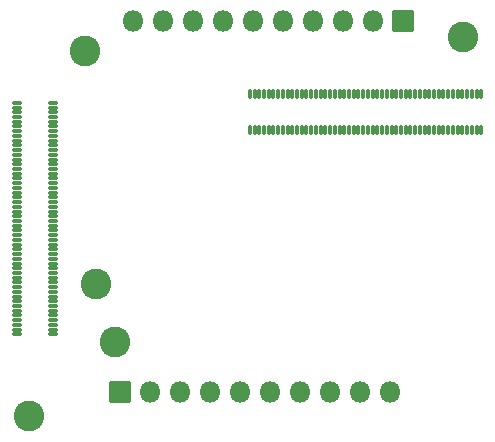
<source format=gbr>
%TF.GenerationSoftware,KiCad,Pcbnew,8.0.2-8.0.2-0~ubuntu20.04.1*%
%TF.CreationDate,2024-06-01T01:08:57-05:00*%
%TF.ProjectId,coral_b2b_breakout,636f7261-6c5f-4623-9262-5f627265616b,rev?*%
%TF.SameCoordinates,Original*%
%TF.FileFunction,Soldermask,Top*%
%TF.FilePolarity,Negative*%
%FSLAX46Y46*%
G04 Gerber Fmt 4.6, Leading zero omitted, Abs format (unit mm)*
G04 Created by KiCad (PCBNEW 8.0.2-8.0.2-0~ubuntu20.04.1) date 2024-06-01 01:08:57*
%MOMM*%
%LPD*%
G01*
G04 APERTURE LIST*
G04 Aperture macros list*
%AMRoundRect*
0 Rectangle with rounded corners*
0 $1 Rounding radius*
0 $2 $3 $4 $5 $6 $7 $8 $9 X,Y pos of 4 corners*
0 Add a 4 corners polygon primitive as box body*
4,1,4,$2,$3,$4,$5,$6,$7,$8,$9,$2,$3,0*
0 Add four circle primitives for the rounded corners*
1,1,$1+$1,$2,$3*
1,1,$1+$1,$4,$5*
1,1,$1+$1,$6,$7*
1,1,$1+$1,$8,$9*
0 Add four rect primitives between the rounded corners*
20,1,$1+$1,$2,$3,$4,$5,0*
20,1,$1+$1,$4,$5,$6,$7,0*
20,1,$1+$1,$6,$7,$8,$9,0*
20,1,$1+$1,$8,$9,$2,$3,0*%
G04 Aperture macros list end*
%ADD10O,1.801600X1.801600*%
%ADD11RoundRect,0.050800X0.850000X-0.850000X0.850000X0.850000X-0.850000X0.850000X-0.850000X-0.850000X0*%
%ADD12C,2.601600*%
%ADD13RoundRect,0.050800X-0.850000X0.850000X-0.850000X-0.850000X0.850000X-0.850000X0.850000X0.850000X0*%
%ADD14RoundRect,0.050800X-0.100000X-0.350000X0.100000X-0.350000X0.100000X0.350000X-0.100000X0.350000X0*%
%ADD15RoundRect,0.050800X-0.350000X0.100000X-0.350000X-0.100000X0.350000X-0.100000X0.350000X0.100000X0*%
G04 APERTURE END LIST*
D10*
%TO.C,J2*%
X164460000Y-98500000D03*
X161920000Y-98500000D03*
X159380000Y-98500000D03*
X156840000Y-98500000D03*
X154300000Y-98500000D03*
X151760000Y-98500000D03*
X149220000Y-98500000D03*
X146680000Y-98500000D03*
X144140000Y-98500000D03*
D11*
X141600000Y-98500000D03*
%TD*%
D12*
%TO.C,TP7*%
X141200000Y-94200000D03*
%TD*%
%TO.C,TP6*%
X139575000Y-89325000D03*
%TD*%
%TO.C,TP5*%
X170650000Y-68400000D03*
%TD*%
%TO.C,TP4*%
X133850000Y-100500000D03*
%TD*%
%TO.C,TP1*%
X138625000Y-69550000D03*
%TD*%
D10*
%TO.C,J1*%
X142715000Y-67050000D03*
X145255000Y-67050000D03*
X147795000Y-67050000D03*
X150335000Y-67050000D03*
X152875000Y-67050000D03*
X155415000Y-67050000D03*
X157955000Y-67050000D03*
X160495000Y-67050000D03*
X163035000Y-67050000D03*
D13*
X165575000Y-67050000D03*
%TD*%
D14*
%TO.C,J6*%
X152580000Y-73230000D03*
X152580000Y-76310000D03*
X152980000Y-73230000D03*
X152980000Y-76310000D03*
X153380000Y-73230000D03*
X153380000Y-76310000D03*
X153780000Y-73230000D03*
X153780000Y-76310000D03*
X154180000Y-73230000D03*
X154180000Y-76310000D03*
X154580000Y-73230000D03*
X154580000Y-76310000D03*
X154980000Y-73230000D03*
X154980000Y-76310000D03*
X155380000Y-73230000D03*
X155380000Y-76310000D03*
X155780000Y-73230000D03*
X155780000Y-76310000D03*
X156180000Y-73230000D03*
X156180000Y-76310000D03*
X156580000Y-73230000D03*
X156580000Y-76310000D03*
X156980000Y-73230000D03*
X156980000Y-76310000D03*
X157380000Y-73230000D03*
X157380000Y-76310000D03*
X157780000Y-73230000D03*
X157780000Y-76310000D03*
X158180000Y-73230000D03*
X158180000Y-76310000D03*
X158580000Y-73230000D03*
X158580000Y-76310000D03*
X158980000Y-73230000D03*
X158980000Y-76310000D03*
X159380000Y-73230000D03*
X159380000Y-76310000D03*
X159780000Y-73230000D03*
X159780000Y-76310000D03*
X160180000Y-73230000D03*
X160180000Y-76310000D03*
X160580000Y-73230000D03*
X160580000Y-76310000D03*
X160980000Y-73230000D03*
X160980000Y-76310000D03*
X161380000Y-73230000D03*
X161380000Y-76310000D03*
X161780000Y-73230000D03*
X161780000Y-76310000D03*
X162180000Y-73230000D03*
X162180000Y-76310000D03*
X162580000Y-73230000D03*
X162580000Y-76310000D03*
X162980000Y-73230000D03*
X162980000Y-76310000D03*
X163380000Y-73230000D03*
X163380000Y-76310000D03*
X163780000Y-73230000D03*
X163780000Y-76310000D03*
X164180000Y-73230000D03*
X164180000Y-76310000D03*
X164580000Y-73230000D03*
X164580000Y-76310000D03*
X164980000Y-73230000D03*
X164980000Y-76310000D03*
X165380000Y-73230000D03*
X165380000Y-76310000D03*
X165780000Y-73230000D03*
X165780000Y-76310000D03*
X166180000Y-73230000D03*
X166180000Y-76310000D03*
X166580000Y-73230000D03*
X166580000Y-76310000D03*
X166980000Y-73230000D03*
X166980000Y-76310000D03*
X167380000Y-73230000D03*
X167380000Y-76310000D03*
X167780000Y-73230000D03*
X167780000Y-76310000D03*
X168180000Y-73230000D03*
X168180000Y-76310000D03*
X168580000Y-73230000D03*
X168580000Y-76310000D03*
X168980000Y-73230000D03*
X168980000Y-76310000D03*
X169380000Y-73230000D03*
X169380000Y-76310000D03*
X169780000Y-73230000D03*
X169780000Y-76310000D03*
X170180000Y-73230000D03*
X170180000Y-76310000D03*
X170580000Y-73230000D03*
X170580000Y-76310000D03*
X170980000Y-73230000D03*
X170980000Y-76310000D03*
X171380000Y-73230000D03*
X171380000Y-76310000D03*
X171780000Y-73230000D03*
X171780000Y-76310000D03*
X172180000Y-73230000D03*
X172180000Y-76310000D03*
%TD*%
D15*
%TO.C,J4*%
X132830000Y-93580000D03*
X135910000Y-93580000D03*
X132830000Y-93180000D03*
X135910000Y-93180000D03*
X132830000Y-92780000D03*
X135910000Y-92780000D03*
X132830000Y-92380000D03*
X135910000Y-92380000D03*
X132830000Y-91980000D03*
X135910000Y-91980000D03*
X132830000Y-91580000D03*
X135910000Y-91580000D03*
X132830000Y-91180000D03*
X135910000Y-91180000D03*
X132830000Y-90780000D03*
X135910000Y-90780000D03*
X132830000Y-90380000D03*
X135910000Y-90380000D03*
X132830000Y-89980000D03*
X135910000Y-89980000D03*
X132830000Y-89580000D03*
X135910000Y-89580000D03*
X132830000Y-89180000D03*
X135910000Y-89180000D03*
X132830000Y-88780000D03*
X135910000Y-88780000D03*
X132830000Y-88380000D03*
X135910000Y-88380000D03*
X132830000Y-87980000D03*
X135910000Y-87980000D03*
X132830000Y-87580000D03*
X135910000Y-87580000D03*
X132830000Y-87180000D03*
X135910000Y-87180000D03*
X132830000Y-86780000D03*
X135910000Y-86780000D03*
X132830000Y-86380000D03*
X135910000Y-86380000D03*
X132830000Y-85980000D03*
X135910000Y-85980000D03*
X132830000Y-85580000D03*
X135910000Y-85580000D03*
X132830000Y-85180000D03*
X135910000Y-85180000D03*
X132830000Y-84780000D03*
X135910000Y-84780000D03*
X132830000Y-84380000D03*
X135910000Y-84380000D03*
X132830000Y-83980000D03*
X135910000Y-83980000D03*
X132830000Y-83580000D03*
X135910000Y-83580000D03*
X132830000Y-83180000D03*
X135910000Y-83180000D03*
X132830000Y-82780000D03*
X135910000Y-82780000D03*
X132830000Y-82380000D03*
X135910000Y-82380000D03*
X132830000Y-81980000D03*
X135910000Y-81980000D03*
X132830000Y-81580000D03*
X135910000Y-81580000D03*
X132830000Y-81180000D03*
X135910000Y-81180000D03*
X132830000Y-80780000D03*
X135910000Y-80780000D03*
X132830000Y-80380000D03*
X135910000Y-80380000D03*
X132830000Y-79980000D03*
X135910000Y-79980000D03*
X132830000Y-79580000D03*
X135910000Y-79580000D03*
X132830000Y-79180000D03*
X135910000Y-79180000D03*
X132830000Y-78780000D03*
X135910000Y-78780000D03*
X132830000Y-78380000D03*
X135910000Y-78380000D03*
X132830000Y-77980000D03*
X135910000Y-77980000D03*
X132830000Y-77580000D03*
X135910000Y-77580000D03*
X132830000Y-77180000D03*
X135910000Y-77180000D03*
X132830000Y-76780000D03*
X135910000Y-76780000D03*
X132830000Y-76380000D03*
X135910000Y-76380000D03*
X132830000Y-75980000D03*
X135910000Y-75980000D03*
X132830000Y-75580000D03*
X135910000Y-75580000D03*
X132830000Y-75180000D03*
X135910000Y-75180000D03*
X132830000Y-74780000D03*
X135910000Y-74780000D03*
X132830000Y-74380000D03*
X135910000Y-74380000D03*
X132830000Y-73980000D03*
X135910000Y-73980000D03*
%TD*%
M02*

</source>
